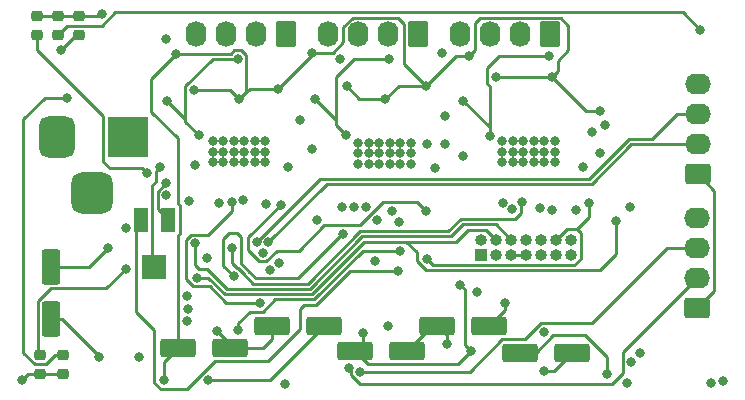
<source format=gbr>
%TF.GenerationSoftware,KiCad,Pcbnew,6.0.11+dfsg-1~bpo11+1*%
%TF.CreationDate,2023-06-12T22:03:44+02:00*%
%TF.ProjectId,motor_board_v3,6d6f746f-725f-4626-9f61-72645f76332e,rev?*%
%TF.SameCoordinates,PX87037a0PY50412a8*%
%TF.FileFunction,Copper,L1,Top*%
%TF.FilePolarity,Positive*%
%FSLAX46Y46*%
G04 Gerber Fmt 4.6, Leading zero omitted, Abs format (unit mm)*
G04 Created by KiCad (PCBNEW 6.0.11+dfsg-1~bpo11+1) date 2023-06-12 22:03:44*
%MOMM*%
%LPD*%
G01*
G04 APERTURE LIST*
G04 Aperture macros list*
%AMRoundRect*
0 Rectangle with rounded corners*
0 $1 Rounding radius*
0 $2 $3 $4 $5 $6 $7 $8 $9 X,Y pos of 4 corners*
0 Add a 4 corners polygon primitive as box body*
4,1,4,$2,$3,$4,$5,$6,$7,$8,$9,$2,$3,0*
0 Add four circle primitives for the rounded corners*
1,1,$1+$1,$2,$3*
1,1,$1+$1,$4,$5*
1,1,$1+$1,$6,$7*
1,1,$1+$1,$8,$9*
0 Add four rect primitives between the rounded corners*
20,1,$1+$1,$2,$3,$4,$5,0*
20,1,$1+$1,$4,$5,$6,$7,0*
20,1,$1+$1,$6,$7,$8,$9,0*
20,1,$1+$1,$8,$9,$2,$3,0*%
G04 Aperture macros list end*
%TA.AperFunction,ComponentPad*%
%ADD10R,1.000000X1.000000*%
%TD*%
%TA.AperFunction,ComponentPad*%
%ADD11O,1.000000X1.000000*%
%TD*%
%TA.AperFunction,SMDPad,CuDef*%
%ADD12RoundRect,0.218750X-0.256250X0.218750X-0.256250X-0.218750X0.256250X-0.218750X0.256250X0.218750X0*%
%TD*%
%TA.AperFunction,SMDPad,CuDef*%
%ADD13RoundRect,0.218750X0.256250X-0.218750X0.256250X0.218750X-0.256250X0.218750X-0.256250X-0.218750X0*%
%TD*%
%TA.AperFunction,ComponentPad*%
%ADD14RoundRect,0.250000X0.620000X0.845000X-0.620000X0.845000X-0.620000X-0.845000X0.620000X-0.845000X0*%
%TD*%
%TA.AperFunction,ComponentPad*%
%ADD15O,1.740000X2.190000*%
%TD*%
%TA.AperFunction,SMDPad,CuDef*%
%ADD16RoundRect,0.250000X0.550000X-1.250000X0.550000X1.250000X-0.550000X1.250000X-0.550000X-1.250000X0*%
%TD*%
%TA.AperFunction,SMDPad,CuDef*%
%ADD17RoundRect,0.250000X1.250000X0.550000X-1.250000X0.550000X-1.250000X-0.550000X1.250000X-0.550000X0*%
%TD*%
%TA.AperFunction,ComponentPad*%
%ADD18RoundRect,0.250000X0.845000X-0.620000X0.845000X0.620000X-0.845000X0.620000X-0.845000X-0.620000X0*%
%TD*%
%TA.AperFunction,ComponentPad*%
%ADD19O,2.190000X1.740000*%
%TD*%
%TA.AperFunction,SMDPad,CuDef*%
%ADD20R,1.300000X2.000000*%
%TD*%
%TA.AperFunction,SMDPad,CuDef*%
%ADD21R,2.000000X2.000000*%
%TD*%
%TA.AperFunction,SMDPad,CuDef*%
%ADD22RoundRect,0.250000X-1.250000X-0.550000X1.250000X-0.550000X1.250000X0.550000X-1.250000X0.550000X0*%
%TD*%
%TA.AperFunction,ComponentPad*%
%ADD23RoundRect,0.875000X-0.875000X-0.875000X0.875000X-0.875000X0.875000X0.875000X-0.875000X0.875000X0*%
%TD*%
%TA.AperFunction,ComponentPad*%
%ADD24RoundRect,0.750000X-0.750000X-1.000000X0.750000X-1.000000X0.750000X1.000000X-0.750000X1.000000X0*%
%TD*%
%TA.AperFunction,ComponentPad*%
%ADD25R,3.500000X3.500000*%
%TD*%
%TA.AperFunction,ViaPad*%
%ADD26C,0.800000*%
%TD*%
%TA.AperFunction,Conductor*%
%ADD27C,0.250000*%
%TD*%
G04 APERTURE END LIST*
D10*
%TO.P,J1,1,NC*%
%TO.N,unconnected-(J1-Pad1)*%
X30226000Y-17145000D03*
D11*
%TO.P,J1,2,NC*%
%TO.N,unconnected-(J1-Pad2)*%
X30226000Y-15875000D03*
%TO.P,J1,3,VCC*%
%TO.N,+3V3*%
X31496000Y-17145000D03*
%TO.P,J1,4,JTMS/SWDIO*%
%TO.N,/SWDIO*%
X31496000Y-15875000D03*
%TO.P,J1,5,GND*%
%TO.N,GND*%
X32766000Y-17145000D03*
%TO.P,J1,6,JCLK/SWCLK*%
%TO.N,/SWCLK*%
X32766000Y-15875000D03*
%TO.P,J1,7,GND*%
%TO.N,GND*%
X34036000Y-17145000D03*
%TO.P,J1,8,JTDO/SWO*%
%TO.N,/SWO*%
X34036000Y-15875000D03*
%TO.P,J1,9,JRCLK/NC*%
%TO.N,unconnected-(J1-Pad9)*%
X35306000Y-17145000D03*
%TO.P,J1,10,JTDI/NC*%
%TO.N,unconnected-(J1-Pad10)*%
X35306000Y-15875000D03*
%TO.P,J1,11,GNDDetect*%
%TO.N,unconnected-(J1-Pad11)*%
X36576000Y-17145000D03*
%TO.P,J1,12,~{RST}*%
%TO.N,/RST*%
X36576000Y-15875000D03*
%TO.P,J1,13,VCP_RX*%
%TO.N,unconnected-(J1-Pad13)*%
X37846000Y-17145000D03*
%TO.P,J1,14,VCP_TX*%
%TO.N,unconnected-(J1-Pad14)*%
X37846000Y-15875000D03*
%TD*%
D12*
%TO.P,D3,1,K*%
%TO.N,GND*%
X-5555000Y3025500D03*
%TO.P,D3,2,A*%
%TO.N,Net-(D3-Pad2)*%
X-5555000Y1450500D03*
%TD*%
D13*
%TO.P,D1,1,K*%
%TO.N,GND*%
X-5174000Y-27251500D03*
%TO.P,D1,2,A*%
%TO.N,Net-(D1-Pad2)*%
X-5174000Y-25676500D03*
%TD*%
D14*
%TO.P,J6,1,Pin_1*%
%TO.N,Net-(J6-Pad1)*%
X24925000Y1496000D03*
D15*
%TO.P,J6,2,Pin_2*%
%TO.N,Net-(J6-Pad2)*%
X22385000Y1496000D03*
%TO.P,J6,3,Pin_3*%
%TO.N,Net-(J6-Pad3)*%
X19845000Y1496000D03*
%TO.P,J6,4,Pin_4*%
%TO.N,Net-(J6-Pad4)*%
X17305000Y1496000D03*
%TD*%
D16*
%TO.P,C5,1*%
%TO.N,Net-(C5-Pad1)*%
X-6190000Y-22568000D03*
%TO.P,C5,2*%
%TO.N,GND*%
X-6190000Y-18168000D03*
%TD*%
D17*
%TO.P,C31,1*%
%TO.N,+5V*%
X30935000Y-23162000D03*
%TO.P,C31,2*%
%TO.N,GND*%
X26535000Y-23162000D03*
%TD*%
D18*
%TO.P,J4,1,Pin_1*%
%TO.N,/RAW_5V*%
X48547000Y-21638000D03*
D19*
%TO.P,J4,2,Pin_2*%
%TO.N,/RS485_B*%
X48547000Y-19098000D03*
%TO.P,J4,3,Pin_3*%
%TO.N,/RS485_A*%
X48547000Y-16558000D03*
%TO.P,J4,4,Pin_4*%
%TO.N,GND*%
X48547000Y-14018000D03*
%TD*%
D20*
%TO.P,RV1,1,1*%
%TO.N,GND*%
X3723000Y-14177000D03*
D21*
%TO.P,RV1,2,2*%
%TO.N,/Stepper module/VREF*%
X2573000Y-18177000D03*
D20*
%TO.P,RV1,3,3*%
%TO.N,Net-(R18-Pad2)*%
X1423000Y-14177000D03*
%TD*%
D12*
%TO.P,D4,1,K*%
%TO.N,GND*%
X-7333000Y3025500D03*
%TO.P,D4,2,A*%
%TO.N,Net-(D4-Pad2)*%
X-7333000Y1450500D03*
%TD*%
D22*
%TO.P,C3,1*%
%TO.N,Net-(C3-Pad1)*%
X33520000Y-25448000D03*
%TO.P,C3,2*%
%TO.N,GND*%
X37920000Y-25448000D03*
%TD*%
%TO.P,C32,1*%
%TO.N,+3V3*%
X19550000Y-25321000D03*
%TO.P,C32,2*%
%TO.N,GND*%
X23950000Y-25321000D03*
%TD*%
D18*
%TO.P,J3,1,Pin_1*%
%TO.N,/RAW_5V*%
X48567000Y-10335000D03*
D19*
%TO.P,J3,2,Pin_2*%
%TO.N,/I2C_SDA*%
X48567000Y-7795000D03*
%TO.P,J3,3,Pin_3*%
%TO.N,/I2C_SCL*%
X48567000Y-5255000D03*
%TO.P,J3,4,Pin_4*%
%TO.N,GND*%
X48567000Y-2715000D03*
%TD*%
D12*
%TO.P,D8,1,K*%
%TO.N,GND*%
X-3777000Y3025500D03*
%TO.P,D8,2,A*%
%TO.N,Net-(D8-Pad2)*%
X-3777000Y1450500D03*
%TD*%
D14*
%TO.P,J7,1,Pin_1*%
%TO.N,Net-(J7-Pad1)*%
X36101000Y1496000D03*
D15*
%TO.P,J7,2,Pin_2*%
%TO.N,Net-(J7-Pad2)*%
X33561000Y1496000D03*
%TO.P,J7,3,Pin_3*%
%TO.N,Net-(J7-Pad3)*%
X31021000Y1496000D03*
%TO.P,J7,4,Pin_4*%
%TO.N,Net-(J7-Pad4)*%
X28481000Y1496000D03*
%TD*%
%TO.P,J5,4,Pin_4*%
%TO.N,Net-(J5-Pad4)*%
X6129000Y1496000D03*
%TO.P,J5,3,Pin_3*%
%TO.N,Net-(J5-Pad3)*%
X8669000Y1496000D03*
%TO.P,J5,2,Pin_2*%
%TO.N,Net-(J5-Pad2)*%
X11209000Y1496000D03*
D14*
%TO.P,J5,1,Pin_1*%
%TO.N,Net-(J5-Pad1)*%
X13749000Y1496000D03*
%TD*%
D17*
%TO.P,C29,1*%
%TO.N,Net-(C29-Pad1)*%
X16965000Y-23162000D03*
%TO.P,C29,2*%
%TO.N,GND*%
X12565000Y-23162000D03*
%TD*%
D23*
%TO.P,J2,3*%
%TO.N,N/C*%
X-2682000Y-11918500D03*
D24*
%TO.P,J2,2,Pin_2*%
%TO.N,GND*%
X-5682000Y-7218500D03*
D25*
%TO.P,J2,1,Pin_1*%
%TO.N,Net-(D5-Pad2)*%
X318000Y-7218500D03*
%TD*%
D22*
%TO.P,C30,1*%
%TO.N,+12V*%
X4564000Y-25067000D03*
%TO.P,C30,2*%
%TO.N,GND*%
X8964000Y-25067000D03*
%TD*%
D13*
%TO.P,D2,1,K*%
%TO.N,GND*%
X-7079000Y-27251500D03*
%TO.P,D2,2,A*%
%TO.N,Net-(D2-Pad2)*%
X-7079000Y-25676500D03*
%TD*%
D26*
%TO.N,GND*%
X21209000Y-17653000D03*
%TO.N,+3V3*%
X28448000Y-19685000D03*
%TO.N,/SWO*%
X29845000Y-20320000D03*
X6985000Y-17399000D03*
%TO.N,GND*%
X32037000Y-7541000D03*
X32926000Y-7541000D03*
X33815000Y-7541000D03*
X34704000Y-7541000D03*
X35593000Y-7541000D03*
X36482000Y-7541000D03*
X36482000Y-8430000D03*
X35593000Y-8430000D03*
X34704000Y-8430000D03*
X33815000Y-8430000D03*
X32926000Y-8430000D03*
X32037000Y-8430000D03*
X32037000Y-9319000D03*
X32926000Y-9319000D03*
X33815000Y-9319000D03*
X34704000Y-9319000D03*
X35593000Y-9319000D03*
X36482000Y-9319000D03*
X19845000Y-7668000D03*
X20734000Y-7668000D03*
X21623000Y-7668000D03*
X22512000Y-7668000D03*
X23401000Y-7668000D03*
X24290000Y-7668000D03*
X24290000Y-8557000D03*
X23401000Y-8557000D03*
X22512000Y-8557000D03*
X21623000Y-8557000D03*
X20734000Y-8557000D03*
X19845000Y-8557000D03*
X24290000Y-9446000D03*
X23401000Y-9446000D03*
X22512000Y-9446000D03*
X21623000Y-9446000D03*
X20734000Y-9446000D03*
X19845000Y-9446000D03*
X11971000Y-7541000D03*
X11082000Y-7541000D03*
X10193000Y-7541000D03*
X9304000Y-7541000D03*
X8415000Y-7541000D03*
X7526000Y-7541000D03*
X7526000Y-8430000D03*
X8415000Y-8430000D03*
X9304000Y-8430000D03*
X10193000Y-8430000D03*
X11082000Y-8430000D03*
X11971000Y-8430000D03*
X11971000Y-9319000D03*
X11082000Y-9319000D03*
X10193000Y-9319000D03*
X9304000Y-9319000D03*
X8415000Y-9319000D03*
X7526000Y-9319000D03*
%TO.N,/SWDIO*%
X41689000Y-14272000D03*
%TO.N,/STEP_EN*%
X25687000Y-7795000D03*
%TO.N,/DECAY*%
X12331284Y-18420500D03*
%TO.N,GND*%
X3589000Y1095000D03*
%TO.N,/DIR1*%
X13152169Y-17850282D03*
%TO.N,/MODE2*%
X5342892Y-20667988D03*
%TO.N,/FAULT*%
X5391297Y-21733876D03*
%TO.N,/DIR2*%
X5288500Y-22781000D03*
%TO.N,GND*%
X-1364000Y-16558000D03*
X7843500Y-23606500D03*
X27338000Y-24686000D03*
X42959000Y-26210000D03*
X35593000Y-23670000D03*
X26893500Y-111500D03*
X13622000Y-28115000D03*
X27211000Y-7795000D03*
X40292000Y-8557000D03*
X3589000Y-11097000D03*
X42578000Y-27988000D03*
X35593000Y-26972000D03*
X15908000Y-8176000D03*
X43721000Y-25448000D03*
X16322243Y-14250939D03*
X50706000Y-27861000D03*
X40736500Y-6207500D03*
X11741179Y-16972084D03*
X22307000Y-23211000D03*
X-1872000Y3254000D03*
X-8603000Y-27734000D03*
X18321000Y-556000D03*
X49690000Y-27988000D03*
X122500Y-14907000D03*
X42832000Y-13129000D03*
X1303000Y-25829000D03*
%TO.N,+5V*%
X38895000Y-9700000D03*
X32291000Y-21257000D03*
X26322000Y-9827000D03*
X13876000Y-9700000D03*
%TO.N,+12V*%
X18836118Y-2894209D03*
X40292000Y-5001000D03*
X13052500Y-3096000D03*
X3398500Y-27797500D03*
X31529000Y-2080000D03*
X29243000Y-302000D03*
X9751000Y-3985000D03*
X25580900Y-2843392D03*
X4416500Y-175000D03*
X15908000Y-48000D03*
X22131000Y-3985000D03*
X5906950Y-3187387D03*
X36228000Y-2080000D03*
%TO.N,Net-(C8-Pad1)*%
X9623500Y-574000D03*
X6343070Y-7054570D03*
X3654500Y-4112000D03*
%TO.N,Net-(C14-Pad1)*%
X18785065Y-7051575D03*
X16162000Y-3985000D03*
X22470073Y-576535D03*
%TO.N,Net-(C20-Pad1)*%
X35974000Y-302000D03*
X28735000Y-4112000D03*
X30961799Y-7100799D03*
%TO.N,Net-(D1-Pad2)*%
X-4793000Y-3858000D03*
%TO.N,Net-(D2-Pad2)*%
X122500Y-18336000D03*
%TO.N,Net-(D3-Pad2)*%
X48801000Y1857000D03*
%TO.N,Net-(D4-Pad2)*%
X1938000Y-10233500D03*
%TO.N,Net-(C3-Pad1)*%
X40927000Y-27226000D03*
%TO.N,Net-(C5-Pad1)*%
X-2126000Y-25829000D03*
%TO.N,+3V3*%
X20226000Y-23797000D03*
X29370000Y-25321000D03*
%TO.N,/RST*%
X18575000Y-15441000D03*
X39403000Y-12748000D03*
X25623500Y-17510500D03*
X9304000Y-18971000D03*
X3589000Y-12113000D03*
%TO.N,/I2C_SDA*%
X12220914Y-16095238D03*
%TO.N,/I2C_SCL*%
X11222715Y-16044209D03*
%TO.N,Net-(C29-Pad1)*%
X7145000Y-27734000D03*
%TO.N,Net-(R18-Pad2)*%
X23210500Y-18526500D03*
%TO.N,/Stepper module/VREF*%
X3081000Y-9700000D03*
X14892000Y-5763000D03*
X39657000Y-6741500D03*
X27211000Y-5382000D03*
%TO.N,/MODE0*%
X32883603Y-13285427D03*
X20506000Y-13091500D03*
X8034000Y-12748000D03*
%TO.N,/MODE1*%
X19487050Y-13114550D03*
X32048000Y-12737000D03*
X5494000Y-12621000D03*
%TO.N,Net-(D8-Pad2)*%
X-5301000Y206000D03*
%TO.N,/RS485_A*%
X19972000Y-27099000D03*
%TO.N,/DECAY*%
X36265500Y-13378701D03*
X11997155Y-12899038D03*
X23274000Y-14425500D03*
%TO.N,/STEP0*%
X9111703Y-12694895D03*
X11486050Y-21242550D03*
%TO.N,/FAULT*%
X38260000Y-13383000D03*
X25560000Y-13429992D03*
X13260245Y-12908361D03*
%TO.N,/MODE2*%
X28653774Y-8822500D03*
X18485500Y-13091500D03*
X6002000Y-9573000D03*
%TO.N,/RS485_B*%
X19023789Y-26782930D03*
%TO.N,/DIR1*%
X22673645Y-13430492D03*
%TO.N,/DIR2*%
X35231438Y-13168155D03*
%TO.N,/STEP_EN*%
X21440001Y-14207403D03*
X10088209Y-12481726D03*
%TO.N,/STEP1*%
X23401000Y-16812000D03*
X9685000Y-23543000D03*
%TO.N,/STEP2*%
X9177000Y-16558000D03*
X33666609Y-12664213D03*
%TO.N,/SWCLK*%
X6002000Y-16177000D03*
%TO.N,/SWDIO*%
X6166500Y-19098000D03*
%TD*%
D27*
%TO.N,/SWDIO*%
X23909000Y-16050000D02*
X24798000Y-16939000D01*
X24798000Y-16939000D02*
X24798000Y-17710305D01*
X41689000Y-17066000D02*
X41689000Y-14272000D01*
X24798000Y-17710305D02*
X25571695Y-18484000D01*
X25571695Y-18484000D02*
X40271000Y-18484000D01*
X40271000Y-18484000D02*
X41689000Y-17066000D01*
%TO.N,+3V3*%
X28829000Y-24780000D02*
X28829000Y-20066000D01*
X28829000Y-20066000D02*
X28448000Y-19685000D01*
X29370000Y-25321000D02*
X28829000Y-24780000D01*
%TO.N,/SWCLK*%
X32766000Y-15875000D02*
X31454000Y-14563000D01*
X31454000Y-14563000D02*
X28688695Y-14563000D01*
X28688695Y-14563000D02*
X27651695Y-15600000D01*
X27651695Y-15600000D02*
X20166604Y-15600000D01*
X20166604Y-15600000D02*
X15721604Y-20045000D01*
X15721604Y-20045000D02*
X8728396Y-20045000D01*
X8728396Y-20045000D02*
X7056396Y-18373000D01*
X6002000Y-18025000D02*
X6002000Y-16177000D01*
X7056396Y-18373000D02*
X6350000Y-18373000D01*
X6350000Y-18373000D02*
X6002000Y-18025000D01*
%TO.N,/RST*%
X38354000Y-14986000D02*
X38671000Y-15303000D01*
X38671000Y-15303000D02*
X38671000Y-17486727D01*
X38671000Y-17486727D02*
X38123727Y-18034000D01*
X26147000Y-18034000D02*
X25623500Y-17510500D01*
X38123727Y-18034000D02*
X26147000Y-18034000D01*
%TO.N,GND*%
X34036000Y-17145000D02*
X32766000Y-17145000D01*
%TO.N,/SWDIO*%
X31496000Y-15875000D02*
X30671000Y-15050000D01*
X30671000Y-15050000D02*
X29089299Y-15050000D01*
X29089299Y-15050000D02*
X28089299Y-16050000D01*
%TO.N,/RST*%
X37465000Y-14986000D02*
X38354000Y-14986000D01*
X36576000Y-15875000D02*
X37465000Y-14986000D01*
X38354000Y-14986000D02*
X39403000Y-13937000D01*
X39403000Y-13937000D02*
X39403000Y-12748000D01*
%TO.N,/FAULT*%
X25560000Y-13429992D02*
X24835500Y-12705492D01*
X16934743Y-14663744D02*
X14778249Y-16820238D01*
X24835500Y-12705492D02*
X21917313Y-12705492D01*
X19959061Y-14663744D02*
X16934743Y-14663744D01*
X21917313Y-12705492D02*
X19959061Y-14663744D01*
X14778249Y-16820238D02*
X12918330Y-16820238D01*
X10497715Y-16753925D02*
X10497715Y-15670891D01*
X12918330Y-16820238D02*
X12041484Y-17697084D01*
X12041484Y-17697084D02*
X11440874Y-17697084D01*
X11440874Y-17697084D02*
X10497715Y-16753925D01*
X10497715Y-15670891D02*
X13260245Y-12908361D01*
%TO.N,/SWDIO*%
X23909000Y-16050000D02*
X28089299Y-16050000D01*
X20353000Y-16050000D02*
X23909000Y-16050000D01*
%TO.N,/STEP2*%
X10029000Y-18680000D02*
X10029000Y-18670695D01*
X19980208Y-15150000D02*
X15535208Y-19595000D01*
X33608603Y-13585732D02*
X33081335Y-14113000D01*
X33081335Y-14113000D02*
X28502299Y-14113000D01*
X10029000Y-18670695D02*
X9604305Y-18246000D01*
X10944000Y-19595000D02*
X10029000Y-18680000D01*
X15535208Y-19595000D02*
X10944000Y-19595000D01*
X33608603Y-12985122D02*
X33608603Y-13585732D01*
X27465299Y-15150000D02*
X19980208Y-15150000D01*
X28502299Y-14113000D02*
X27465299Y-15150000D01*
X33477151Y-12853671D02*
X33608603Y-12985122D01*
X9177000Y-17828000D02*
X9177000Y-16558000D01*
X33666609Y-12664213D02*
X33477151Y-12853671D01*
X9604305Y-18246000D02*
X9595000Y-18246000D01*
X9595000Y-18246000D02*
X9177000Y-17828000D01*
%TO.N,/RST*%
X8415000Y-18082000D02*
X9304000Y-18971000D01*
X8415000Y-15796000D02*
X8415000Y-18082000D01*
X9939000Y-17944299D02*
X9939000Y-15669000D01*
X18422000Y-15441000D02*
X14718000Y-19145000D01*
X10479000Y-18484299D02*
X9939000Y-17944299D01*
X10479000Y-18493604D02*
X10479000Y-18484299D01*
X9939000Y-15669000D02*
X9558000Y-15288000D01*
X11130396Y-19145000D02*
X10479000Y-18493604D01*
X8923000Y-15288000D02*
X8415000Y-15796000D01*
X9558000Y-15288000D02*
X8923000Y-15288000D01*
X14718000Y-19145000D02*
X11130396Y-19145000D01*
X18575000Y-15441000D02*
X18422000Y-15441000D01*
%TO.N,/STEP0*%
X9111703Y-12694895D02*
X9111703Y-13448297D01*
X9111703Y-13448297D02*
X7108000Y-15452000D01*
X5866195Y-19823000D02*
X7233604Y-19823000D01*
X7233604Y-19823000D02*
X8653154Y-21242550D01*
X8653154Y-21242550D02*
X11486050Y-21242550D01*
X7108000Y-15452000D02*
X5701695Y-15452000D01*
X5701695Y-15452000D02*
X5240000Y-15913695D01*
X5240000Y-15913695D02*
X5240000Y-19196805D01*
X5240000Y-19196805D02*
X5866195Y-19823000D01*
%TO.N,/STEP1*%
X9685000Y-22908000D02*
X9685000Y-23543000D01*
X10625450Y-21967550D02*
X9685000Y-22908000D01*
X12808905Y-20945000D02*
X11786355Y-21967550D01*
X11786355Y-21967550D02*
X10625450Y-21967550D01*
X16094396Y-20945000D02*
X12808905Y-20945000D01*
X20227396Y-16812000D02*
X16094396Y-20945000D01*
X23401000Y-16812000D02*
X20227396Y-16812000D01*
%TO.N,/SWDIO*%
X15908000Y-20495000D02*
X20353000Y-16050000D01*
X8542000Y-20495000D02*
X15908000Y-20495000D01*
X7145000Y-19098000D02*
X8542000Y-20495000D01*
X6166500Y-19098000D02*
X7145000Y-19098000D01*
%TO.N,GND*%
X8964000Y-24727000D02*
X7843500Y-23606500D01*
X-5174000Y-27251500D02*
X-7079000Y-27251500D01*
X-7079000Y-27251500D02*
X-8120500Y-27251500D01*
X26109000Y-23162000D02*
X23950000Y-25321000D01*
X-3777000Y3025500D02*
X-2100500Y3025500D01*
X3579695Y-11097000D02*
X2864000Y-11812695D01*
X11760000Y-25067000D02*
X12565000Y-24262000D01*
X27338000Y-23965000D02*
X27338000Y-24686000D01*
X12565000Y-24262000D02*
X12565000Y-23162000D01*
X-2100500Y3025500D02*
X-1872000Y3254000D01*
X-6190000Y-18168000D02*
X-2974000Y-18168000D01*
X-8120500Y-27251500D02*
X-8603000Y-27734000D01*
X3589000Y-11097000D02*
X3579695Y-11097000D01*
X26535000Y-23162000D02*
X27338000Y-23965000D01*
X-2974000Y-18168000D02*
X-1364000Y-16558000D01*
X37920000Y-25448000D02*
X36396000Y-26972000D01*
X36396000Y-26972000D02*
X35593000Y-26972000D01*
X-7333000Y3025500D02*
X-5555000Y3025500D01*
X8964000Y-25067000D02*
X11760000Y-25067000D01*
X2864000Y-11812695D02*
X2864000Y-13318000D01*
X-5555000Y3025500D02*
X-3777000Y3025500D01*
X2864000Y-13318000D02*
X3723000Y-14177000D01*
%TO.N,+5V*%
X32291000Y-21257000D02*
X32291000Y-21806000D01*
X32291000Y-21806000D02*
X30935000Y-23162000D01*
%TO.N,+12V*%
X36699000Y-1609000D02*
X36699000Y-720000D01*
X4564000Y-25067000D02*
X4564000Y-15502000D01*
X4698000Y-15368000D02*
X4698000Y-12986000D01*
X36699000Y-720000D02*
X37625000Y206000D01*
X9751000Y-3985000D02*
X10640000Y-3096000D01*
X9323195Y151000D02*
X9923805Y151000D01*
X4564000Y-7314500D02*
X2319000Y-5069500D01*
X10348500Y-3387500D02*
X9751000Y-3985000D01*
X4698000Y-12986000D02*
X4564000Y-12852000D01*
X23272608Y-2843392D02*
X22131000Y-3985000D01*
X23231000Y2916000D02*
X19350015Y2916000D01*
X4564000Y-12852000D02*
X4564000Y-7314500D01*
X29751000Y206000D02*
X29243000Y-302000D01*
X23730000Y2417000D02*
X23231000Y2916000D01*
X10640000Y-3096000D02*
X13052500Y-3096000D01*
X36959173Y2916000D02*
X30174999Y2916000D01*
X3398500Y-26232500D02*
X4564000Y-25067000D01*
X39149000Y-5001000D02*
X36228000Y-2080000D01*
X22131000Y-3985000D02*
X19926909Y-3985000D01*
X3398500Y-27797500D02*
X3398500Y-26232500D01*
X18575000Y2140985D02*
X18575000Y851015D01*
X15908000Y-240500D02*
X13052500Y-3096000D01*
X15908000Y-48000D02*
X15908000Y-240500D01*
X8953387Y-3187387D02*
X9751000Y-3985000D01*
X5906950Y-3187387D02*
X8953387Y-3187387D01*
X17675985Y-48000D02*
X15908000Y-48000D01*
X4564000Y-15502000D02*
X4698000Y-15368000D01*
X19350015Y2916000D02*
X18575000Y2140985D01*
X25580900Y-2843392D02*
X23730000Y-992492D01*
X29751000Y2492001D02*
X29751000Y206000D01*
X36228000Y-2080000D02*
X36699000Y-1609000D01*
X4467500Y-124000D02*
X9048195Y-124000D01*
X23730000Y-992492D02*
X23730000Y2417000D01*
X30174999Y2916000D02*
X29751000Y2492001D01*
X19926909Y-3985000D02*
X18836118Y-2894209D01*
X10348500Y-273695D02*
X10348500Y-3387500D01*
X40292000Y-5001000D02*
X39149000Y-5001000D01*
X29243000Y-302000D02*
X28122292Y-302000D01*
X28122292Y-302000D02*
X25580900Y-2843392D01*
X37625000Y2250173D02*
X36959173Y2916000D01*
X9048195Y-124000D02*
X9323195Y151000D01*
X25580900Y-2843392D02*
X23272608Y-2843392D01*
X36228000Y-2080000D02*
X31529000Y-2080000D01*
X9923805Y151000D02*
X10348500Y-273695D01*
X2319000Y-2272500D02*
X4416500Y-175000D01*
X18575000Y851015D02*
X17675985Y-48000D01*
X37625000Y206000D02*
X37625000Y2250173D01*
X2319000Y-5069500D02*
X2319000Y-2272500D01*
%TO.N,Net-(C8-Pad1)*%
X9623500Y-574000D02*
X7495032Y-574000D01*
X3654500Y-4112000D02*
X5181950Y-5639450D01*
X6343070Y-7054570D02*
X5181950Y-5893450D01*
X5181950Y-2887082D02*
X5181950Y-5893450D01*
X5181950Y-5639450D02*
X5181950Y-5893450D01*
X7495032Y-574000D02*
X5181950Y-2887082D01*
%TO.N,Net-(C14-Pad1)*%
X17940000Y-2080000D02*
X17940000Y-5763000D01*
X16162000Y-3985000D02*
X17940000Y-5763000D01*
X17940000Y-6206510D02*
X17940000Y-5763000D01*
X18785065Y-7051575D02*
X17940000Y-6206510D01*
X22470073Y-576535D02*
X19443465Y-576535D01*
X19443465Y-576535D02*
X17940000Y-2080000D01*
%TO.N,Net-(C20-Pad1)*%
X30961799Y-2909799D02*
X30767000Y-2715000D01*
X31783000Y-302000D02*
X35974000Y-302000D01*
X30961799Y-6338799D02*
X30961799Y-7100799D01*
X28735000Y-4112000D02*
X30961799Y-6338799D01*
X30961799Y-7100799D02*
X30961799Y-2909799D01*
X30767000Y-2715000D02*
X30767000Y-1318000D01*
X30767000Y-1318000D02*
X31783000Y-302000D01*
%TO.N,Net-(D1-Pad2)*%
X-6709000Y-3858000D02*
X-4793000Y-3858000D01*
X-6597521Y-26439000D02*
X-7560479Y-26439000D01*
X-5835021Y-25676500D02*
X-6597521Y-26439000D01*
X-7560479Y-26439000D02*
X-8545000Y-25454479D01*
X-5174000Y-25676500D02*
X-5835021Y-25676500D01*
X-8545000Y-25454479D02*
X-8545000Y-5694000D01*
X-8545000Y-5694000D02*
X-6709000Y-3858000D01*
%TO.N,Net-(D2-Pad2)*%
X-6228173Y-19993000D02*
X-7315000Y-21079827D01*
X-7315000Y-21079827D02*
X-7315000Y-25440500D01*
X-1534500Y-19993000D02*
X-6228173Y-19993000D01*
X122500Y-18336000D02*
X-1534500Y-19993000D01*
%TO.N,Net-(D3-Pad2)*%
X-734695Y3366000D02*
X-1887695Y2213000D01*
X48801000Y1857000D02*
X47292000Y3366000D01*
X-4792500Y2213000D02*
X-5555000Y1450500D01*
X-1887695Y2213000D02*
X-4792500Y2213000D01*
X47292000Y3366000D02*
X-734695Y3366000D01*
%TO.N,Net-(D4-Pad2)*%
X1938000Y-10233500D02*
X1531500Y-9827000D01*
X1531500Y-9827000D02*
X-1223500Y-9827000D01*
X-1223500Y-9827000D02*
X-1757000Y-9293500D01*
X-1757000Y-5370000D02*
X-7333000Y206000D01*
X-7333000Y206000D02*
X-7333000Y1450500D01*
X-1757000Y-9293500D02*
X-1757000Y-5370000D01*
%TO.N,Net-(C3-Pad1)*%
X40927000Y-25841827D02*
X39055478Y-23970305D01*
X36318000Y-23970305D02*
X34840305Y-25448000D01*
X40927000Y-27226000D02*
X40927000Y-25841827D01*
X39055478Y-23970305D02*
X36318000Y-23970305D01*
%TO.N,Net-(C5-Pad1)*%
X-5260000Y-22568000D02*
X-2126000Y-25702000D01*
X-5260000Y-22568000D02*
X-6190000Y-22568000D01*
X-2126000Y-25829000D02*
X-2126000Y-25702000D01*
%TO.N,+3V3*%
X19550000Y-25321000D02*
X20675000Y-26446000D01*
X20226000Y-23797000D02*
X20226000Y-24645000D01*
X28245000Y-26446000D02*
X29370000Y-25321000D01*
X20226000Y-24645000D02*
X19550000Y-25321000D01*
X20675000Y-26446000D02*
X28245000Y-26446000D01*
%TO.N,/I2C_SDA*%
X39588000Y-11166000D02*
X42959000Y-7795000D01*
X42959000Y-7795000D02*
X48567000Y-7795000D01*
X17150152Y-11166000D02*
X39588000Y-11166000D01*
X12220914Y-16095238D02*
X17150152Y-11166000D01*
%TO.N,/I2C_SCL*%
X46827000Y-5255000D02*
X48567000Y-5255000D01*
X42772604Y-7345000D02*
X44737000Y-7345000D01*
X44737000Y-7345000D02*
X46827000Y-5255000D01*
X39401604Y-10716000D02*
X42772604Y-7345000D01*
X16550924Y-10716000D02*
X39401604Y-10716000D01*
X11222715Y-16044209D02*
X16550924Y-10716000D01*
%TO.N,Net-(C29-Pad1)*%
X12393000Y-27734000D02*
X7145000Y-27734000D01*
X16965000Y-23162000D02*
X12393000Y-27734000D01*
%TO.N,Net-(R18-Pad2)*%
X15262000Y-21395000D02*
X16280792Y-21395000D01*
X5331195Y-28522500D02*
X7661695Y-26192000D01*
X2573000Y-27997305D02*
X3098195Y-28522500D01*
X14892000Y-21765000D02*
X15262000Y-21395000D01*
X7661695Y-26192000D02*
X12148173Y-26192000D01*
X3098195Y-28522500D02*
X5331195Y-28522500D01*
X16280792Y-21395000D02*
X19149292Y-18526500D01*
X19149292Y-18526500D02*
X23210500Y-18526500D01*
X1049000Y-14551000D02*
X1049000Y-21963033D01*
X12148173Y-26192000D02*
X14892000Y-23448173D01*
X14892000Y-23448173D02*
X14892000Y-21765000D01*
X1049000Y-21963033D02*
X2573000Y-23487033D01*
X2573000Y-23487033D02*
X2573000Y-27997305D01*
%TO.N,/Stepper module/VREF*%
X2700000Y-10970000D02*
X2700000Y-10081000D01*
X2398000Y-18002000D02*
X2398000Y-11272000D01*
X2398000Y-11272000D02*
X2700000Y-10970000D01*
X2700000Y-10081000D02*
X3081000Y-9700000D01*
%TO.N,Net-(D8-Pad2)*%
X-4056500Y1450500D02*
X-5301000Y206000D01*
%TO.N,/RS485_A*%
X48547000Y-16558000D02*
X46007000Y-16558000D01*
X46007000Y-16558000D02*
X39620000Y-22945000D01*
X35292695Y-22945000D02*
X33914695Y-24323000D01*
X39620000Y-22945000D02*
X35292695Y-22945000D01*
X32031827Y-24323000D02*
X29255827Y-27099000D01*
X33914695Y-24323000D02*
X32031827Y-24323000D01*
X29255827Y-27099000D02*
X19972000Y-27099000D01*
%TO.N,/RS485_B*%
X19962695Y-28115000D02*
X41308000Y-28115000D01*
X42234000Y-27189000D02*
X42234000Y-25411000D01*
X19023789Y-26782930D02*
X19210000Y-26969141D01*
X42234000Y-25411000D02*
X48547000Y-19098000D01*
X41308000Y-28115000D02*
X42234000Y-27189000D01*
X19210000Y-27362305D02*
X19962695Y-28115000D01*
X19210000Y-26969141D02*
X19210000Y-27362305D01*
%TO.N,/RAW_5V*%
X48547000Y-21638000D02*
X49967000Y-20218000D01*
X49967000Y-20218000D02*
X49967000Y-11735000D01*
X49967000Y-11735000D02*
X48567000Y-10335000D01*
%TD*%
M02*

</source>
